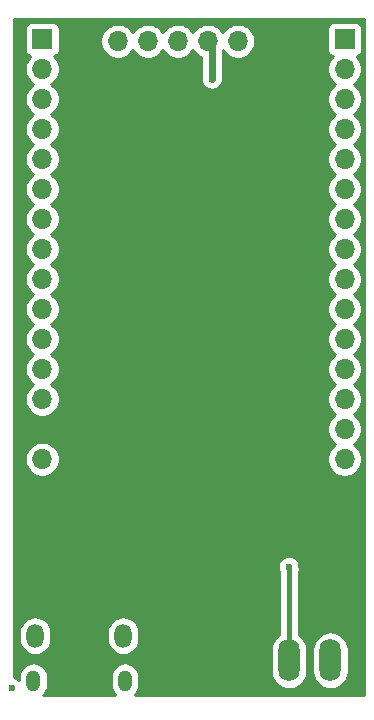
<source format=gbr>
%TF.GenerationSoftware,KiCad,Pcbnew,(5.1.9)-1*%
%TF.CreationDate,2021-02-10T21:10:38+00:00*%
%TF.ProjectId,SD_FSEQ,53445f46-5345-4512-9e6b-696361645f70,rev?*%
%TF.SameCoordinates,Original*%
%TF.FileFunction,Copper,L2,Bot*%
%TF.FilePolarity,Positive*%
%FSLAX46Y46*%
G04 Gerber Fmt 4.6, Leading zero omitted, Abs format (unit mm)*
G04 Created by KiCad (PCBNEW (5.1.9)-1) date 2021-02-10 21:10:38*
%MOMM*%
%LPD*%
G01*
G04 APERTURE LIST*
%TA.AperFunction,ComponentPad*%
%ADD10O,1.150000X1.800000*%
%TD*%
%TA.AperFunction,ComponentPad*%
%ADD11O,1.450000X2.000000*%
%TD*%
%TA.AperFunction,ComponentPad*%
%ADD12O,1.800000X3.600000*%
%TD*%
%TA.AperFunction,ComponentPad*%
%ADD13O,1.700000X1.700000*%
%TD*%
%TA.AperFunction,ComponentPad*%
%ADD14R,1.700000X1.700000*%
%TD*%
%TA.AperFunction,ViaPad*%
%ADD15C,0.600000*%
%TD*%
%TA.AperFunction,Conductor*%
%ADD16C,0.400000*%
%TD*%
%TA.AperFunction,Conductor*%
%ADD17C,0.600000*%
%TD*%
%TA.AperFunction,Conductor*%
%ADD18C,0.254000*%
%TD*%
%TA.AperFunction,Conductor*%
%ADD19C,0.100000*%
%TD*%
G04 APERTURE END LIST*
D10*
%TO.P,J3,6*%
%TO.N,N/C*%
X123255000Y-105310000D03*
X115505000Y-105310000D03*
D11*
X123105000Y-101510000D03*
X115655000Y-101510000D03*
%TD*%
D12*
%TO.P,J5,3*%
%TO.N,+5V*%
X140650000Y-103590000D03*
%TO.P,J5,2*%
%TO.N,LED_Data*%
X137150000Y-103590000D03*
%TO.P,J5,1*%
%TO.N,GND*%
%TA.AperFunction,ComponentPad*%
G36*
G01*
X132750000Y-105140000D02*
X132750000Y-102040000D01*
G75*
G02*
X133000000Y-101790000I250000J0D01*
G01*
X134300000Y-101790000D01*
G75*
G02*
X134550000Y-102040000I0J-250000D01*
G01*
X134550000Y-105140000D01*
G75*
G02*
X134300000Y-105390000I-250000J0D01*
G01*
X133000000Y-105390000D01*
G75*
G02*
X132750000Y-105140000I0J250000D01*
G01*
G37*
%TD.AperFunction*%
%TD*%
D13*
%TO.P,J4,15*%
%TO.N,Net-(J4-Pad15)*%
X141850000Y-86560000D03*
%TO.P,J4,14*%
%TO.N,Net-(J4-Pad14)*%
X141850000Y-84020000D03*
%TO.P,J4,13*%
%TO.N,Net-(J4-Pad13)*%
X141850000Y-81480000D03*
%TO.P,J4,12*%
%TO.N,Net-(J4-Pad12)*%
X141850000Y-78940000D03*
%TO.P,J4,11*%
%TO.N,Net-(J4-Pad11)*%
X141850000Y-76400000D03*
%TO.P,J4,10*%
%TO.N,Net-(J4-Pad10)*%
X141850000Y-73860000D03*
%TO.P,J4,9*%
%TO.N,Net-(J4-Pad9)*%
X141850000Y-71320000D03*
%TO.P,J4,8*%
%TO.N,CS*%
X141850000Y-68780000D03*
%TO.P,J4,7*%
%TO.N,SCK*%
X141850000Y-66240000D03*
%TO.P,J4,6*%
%TO.N,MISO*%
X141850000Y-63700000D03*
%TO.P,J4,5*%
%TO.N,Net-(J4-Pad5)*%
X141850000Y-61160000D03*
%TO.P,J4,4*%
%TO.N,Net-(J4-Pad4)*%
X141850000Y-58620000D03*
%TO.P,J4,3*%
%TO.N,Net-(J4-Pad3)*%
X141850000Y-56080000D03*
%TO.P,J4,2*%
%TO.N,Net-(J4-Pad2)*%
X141850000Y-53540000D03*
D14*
%TO.P,J4,1*%
%TO.N,MOSI*%
X141850000Y-51000000D03*
%TD*%
D13*
%TO.P,J2,6*%
%TO.N,CS*%
X122650000Y-51160000D03*
%TO.P,J2,5*%
%TO.N,SCK*%
X125190000Y-51160000D03*
%TO.P,J2,4*%
%TO.N,MOSI*%
X127730000Y-51160000D03*
%TO.P,J2,3*%
%TO.N,MISO*%
X130270000Y-51160000D03*
%TO.P,J2,2*%
%TO.N,+5V*%
X132810000Y-51160000D03*
D14*
%TO.P,J2,1*%
%TO.N,GND*%
X135350000Y-51160000D03*
%TD*%
D13*
%TO.P,J1,15*%
%TO.N,+5V*%
X116250000Y-86560000D03*
%TO.P,J1,14*%
%TO.N,GND*%
X116250000Y-84020000D03*
%TO.P,J1,13*%
%TO.N,LED_Data*%
X116250000Y-81480000D03*
%TO.P,J1,12*%
%TO.N,Net-(J1-Pad12)*%
X116250000Y-78940000D03*
%TO.P,J1,11*%
%TO.N,Net-(J1-Pad11)*%
X116250000Y-76400000D03*
%TO.P,J1,10*%
%TO.N,Net-(J1-Pad10)*%
X116250000Y-73860000D03*
%TO.P,J1,9*%
%TO.N,Net-(J1-Pad9)*%
X116250000Y-71320000D03*
%TO.P,J1,8*%
%TO.N,Net-(J1-Pad8)*%
X116250000Y-68780000D03*
%TO.P,J1,7*%
%TO.N,Net-(J1-Pad7)*%
X116250000Y-66240000D03*
%TO.P,J1,6*%
%TO.N,Net-(J1-Pad6)*%
X116250000Y-63700000D03*
%TO.P,J1,5*%
%TO.N,Net-(J1-Pad5)*%
X116250000Y-61160000D03*
%TO.P,J1,4*%
%TO.N,Net-(J1-Pad4)*%
X116250000Y-58620000D03*
%TO.P,J1,3*%
%TO.N,Net-(J1-Pad3)*%
X116250000Y-56080000D03*
%TO.P,J1,2*%
%TO.N,Net-(J1-Pad2)*%
X116250000Y-53540000D03*
D14*
%TO.P,J1,1*%
%TO.N,Net-(J1-Pad1)*%
X116250000Y-51000000D03*
%TD*%
D15*
%TO.N,*%
X113730000Y-105960000D03*
%TO.N,GND*%
X125790000Y-101640000D03*
X129490000Y-101580000D03*
X125890000Y-105750000D03*
X129800000Y-105690000D03*
X114830000Y-97530000D03*
X114120000Y-90660000D03*
X117110000Y-105090000D03*
X119930000Y-103810000D03*
X121710000Y-105530000D03*
X143110000Y-97340000D03*
X143110000Y-95100000D03*
X143070000Y-92680000D03*
X142940000Y-90230000D03*
X140390000Y-90310000D03*
X140390000Y-92770000D03*
X140480000Y-95410000D03*
X140430000Y-97510000D03*
X138190000Y-95540000D03*
X138330000Y-92950000D03*
X138190000Y-90140000D03*
X136130000Y-90140000D03*
X136130000Y-92770000D03*
X133980000Y-92820000D03*
X134020000Y-90090000D03*
X131700000Y-90010000D03*
X129280000Y-89960000D03*
X135080000Y-85880000D03*
X132350000Y-86010000D03*
X127830000Y-85830000D03*
X123090000Y-85970000D03*
X121250000Y-82720000D03*
X123620000Y-82800000D03*
X127790000Y-83020000D03*
X131340000Y-83290000D03*
X135560000Y-83020000D03*
X137010000Y-80570000D03*
X134810000Y-80350000D03*
X132710000Y-80570000D03*
X129540000Y-80570000D03*
X126870000Y-80300000D03*
X123570000Y-80300000D03*
X121380000Y-80260000D03*
X120670000Y-78460000D03*
X122830000Y-78280000D03*
X126730000Y-78460000D03*
X130950000Y-78330000D03*
X135210000Y-78110000D03*
X137230000Y-78190000D03*
X137010000Y-75600000D03*
X134770000Y-75600000D03*
X130860000Y-75870000D03*
X127170000Y-75910000D03*
X123570000Y-75690000D03*
X120760000Y-75740000D03*
X128750000Y-73940000D03*
X125110000Y-74020000D03*
X132270000Y-74110000D03*
X119230000Y-71300000D03*
X122040000Y-71340000D03*
X125110000Y-71390000D03*
X128970000Y-71260000D03*
X132660000Y-70990000D03*
X135870000Y-70990000D03*
X139160000Y-70950000D03*
X132790000Y-68180000D03*
X129100000Y-68320000D03*
X125150000Y-68400000D03*
X122390000Y-68320000D03*
X119090000Y-68140000D03*
X119050000Y-65460000D03*
X122300000Y-65500000D03*
X125420000Y-65500000D03*
X129320000Y-65640000D03*
X125500000Y-62080000D03*
X122780000Y-62170000D03*
X119090000Y-62300000D03*
X119010000Y-59400000D03*
X119180000Y-56590000D03*
X119270000Y-53120000D03*
X119310000Y-50710000D03*
X122780000Y-59530000D03*
X139470000Y-50030000D03*
X137380000Y-51180000D03*
%TO.N,LED_Data*%
X137150000Y-95660000D03*
%TO.N,MISO*%
X130610000Y-54340000D03*
%TD*%
D16*
%TO.N,LED_Data*%
X137150000Y-95660000D02*
X137150000Y-103590000D01*
D17*
%TO.N,MISO*%
X130610000Y-51180000D02*
X130630000Y-51160000D01*
X130610000Y-54340000D02*
X130610000Y-51180000D01*
%TD*%
D18*
%TO.N,GND*%
X143485001Y-106515000D02*
X124090051Y-106515000D01*
X124114739Y-106494739D01*
X124265946Y-106310492D01*
X124378303Y-106100287D01*
X124447492Y-105872200D01*
X124465000Y-105694436D01*
X124465000Y-104925563D01*
X124447492Y-104747799D01*
X124378303Y-104519713D01*
X124265946Y-104309508D01*
X124114739Y-104125261D01*
X123930491Y-103974054D01*
X123720286Y-103861697D01*
X123492200Y-103792508D01*
X123255000Y-103769146D01*
X123017799Y-103792508D01*
X122789713Y-103861697D01*
X122579508Y-103974054D01*
X122395261Y-104125261D01*
X122244054Y-104309509D01*
X122131697Y-104519714D01*
X122062508Y-104747800D01*
X122045000Y-104925564D01*
X122045000Y-105694437D01*
X122062508Y-105872201D01*
X122131697Y-106100287D01*
X122244055Y-106310492D01*
X122395262Y-106494739D01*
X122419950Y-106515000D01*
X116340051Y-106515000D01*
X116364739Y-106494739D01*
X116515946Y-106310492D01*
X116628303Y-106100287D01*
X116697492Y-105872200D01*
X116715000Y-105694436D01*
X116715000Y-104925563D01*
X116697492Y-104747799D01*
X116628303Y-104519713D01*
X116515946Y-104309508D01*
X116364739Y-104125261D01*
X116180491Y-103974054D01*
X115970286Y-103861697D01*
X115742200Y-103792508D01*
X115505000Y-103769146D01*
X115267799Y-103792508D01*
X115039713Y-103861697D01*
X114829508Y-103974054D01*
X114645261Y-104125261D01*
X114494054Y-104309509D01*
X114381697Y-104519714D01*
X114312508Y-104747800D01*
X114295000Y-104925564D01*
X114295000Y-105213006D01*
X114172889Y-105131414D01*
X114002729Y-105060932D01*
X113865000Y-105033536D01*
X113865000Y-101168192D01*
X114295000Y-101168192D01*
X114295000Y-101851809D01*
X114314678Y-102051607D01*
X114392445Y-102307968D01*
X114518730Y-102544231D01*
X114688683Y-102751318D01*
X114895770Y-102921270D01*
X115132033Y-103047555D01*
X115388394Y-103125322D01*
X115655000Y-103151580D01*
X115921607Y-103125322D01*
X116177968Y-103047555D01*
X116414231Y-102921270D01*
X116621318Y-102751318D01*
X116791270Y-102544231D01*
X116917555Y-102307968D01*
X116995322Y-102051606D01*
X117015000Y-101851808D01*
X117015000Y-101168192D01*
X121745000Y-101168192D01*
X121745000Y-101851809D01*
X121764678Y-102051607D01*
X121842445Y-102307968D01*
X121968730Y-102544231D01*
X122138683Y-102751318D01*
X122345770Y-102921270D01*
X122582033Y-103047555D01*
X122838394Y-103125322D01*
X123105000Y-103151580D01*
X123371607Y-103125322D01*
X123627968Y-103047555D01*
X123864231Y-102921270D01*
X124071318Y-102751318D01*
X124183525Y-102614593D01*
X135615000Y-102614593D01*
X135615000Y-104565408D01*
X135637211Y-104790913D01*
X135724984Y-105080261D01*
X135867520Y-105346927D01*
X136059340Y-105580661D01*
X136293074Y-105772481D01*
X136559740Y-105915017D01*
X136849088Y-106002790D01*
X137150000Y-106032427D01*
X137450913Y-106002790D01*
X137740261Y-105915017D01*
X138006927Y-105772481D01*
X138240661Y-105580661D01*
X138432481Y-105346927D01*
X138575017Y-105080261D01*
X138662790Y-104790913D01*
X138685000Y-104565408D01*
X138685000Y-102614593D01*
X139115000Y-102614593D01*
X139115000Y-104565408D01*
X139137211Y-104790913D01*
X139224984Y-105080261D01*
X139367520Y-105346927D01*
X139559340Y-105580661D01*
X139793074Y-105772481D01*
X140059740Y-105915017D01*
X140349088Y-106002790D01*
X140650000Y-106032427D01*
X140950913Y-106002790D01*
X141240261Y-105915017D01*
X141506927Y-105772481D01*
X141740661Y-105580661D01*
X141932481Y-105346927D01*
X142075017Y-105080261D01*
X142162790Y-104790913D01*
X142185000Y-104565408D01*
X142185000Y-102614592D01*
X142162790Y-102389087D01*
X142075017Y-102099739D01*
X141932481Y-101833073D01*
X141740661Y-101599339D01*
X141506926Y-101407519D01*
X141240260Y-101264983D01*
X140950912Y-101177210D01*
X140650000Y-101147573D01*
X140349087Y-101177210D01*
X140059739Y-101264983D01*
X139793073Y-101407519D01*
X139559339Y-101599339D01*
X139367519Y-101833074D01*
X139224983Y-102099740D01*
X139137210Y-102389088D01*
X139115000Y-102614593D01*
X138685000Y-102614593D01*
X138685000Y-102614592D01*
X138662790Y-102389087D01*
X138575017Y-102099739D01*
X138432481Y-101833073D01*
X138240661Y-101599339D01*
X138006926Y-101407519D01*
X137985000Y-101395799D01*
X137985000Y-96087404D01*
X138049068Y-95932729D01*
X138085000Y-95752089D01*
X138085000Y-95567911D01*
X138049068Y-95387271D01*
X137978586Y-95217111D01*
X137876262Y-95063972D01*
X137746028Y-94933738D01*
X137592889Y-94831414D01*
X137422729Y-94760932D01*
X137242089Y-94725000D01*
X137057911Y-94725000D01*
X136877271Y-94760932D01*
X136707111Y-94831414D01*
X136553972Y-94933738D01*
X136423738Y-95063972D01*
X136321414Y-95217111D01*
X136250932Y-95387271D01*
X136215000Y-95567911D01*
X136215000Y-95752089D01*
X136250932Y-95932729D01*
X136315000Y-96087404D01*
X136315001Y-101395798D01*
X136293073Y-101407519D01*
X136059339Y-101599339D01*
X135867519Y-101833074D01*
X135724983Y-102099740D01*
X135637210Y-102389088D01*
X135615000Y-102614593D01*
X124183525Y-102614593D01*
X124241270Y-102544231D01*
X124367555Y-102307968D01*
X124445322Y-102051606D01*
X124465000Y-101851808D01*
X124465000Y-101168191D01*
X124445322Y-100968393D01*
X124367555Y-100712032D01*
X124241270Y-100475769D01*
X124071317Y-100268682D01*
X123864230Y-100098730D01*
X123627967Y-99972445D01*
X123371606Y-99894678D01*
X123105000Y-99868420D01*
X122838393Y-99894678D01*
X122582032Y-99972445D01*
X122345769Y-100098730D01*
X122138682Y-100268683D01*
X121968730Y-100475770D01*
X121842445Y-100712033D01*
X121764678Y-100968394D01*
X121745000Y-101168192D01*
X117015000Y-101168192D01*
X117015000Y-101168191D01*
X116995322Y-100968393D01*
X116917555Y-100712032D01*
X116791270Y-100475769D01*
X116621317Y-100268682D01*
X116414230Y-100098730D01*
X116177967Y-99972445D01*
X115921606Y-99894678D01*
X115655000Y-99868420D01*
X115388393Y-99894678D01*
X115132032Y-99972445D01*
X114895769Y-100098730D01*
X114688682Y-100268683D01*
X114518730Y-100475770D01*
X114392445Y-100712033D01*
X114314678Y-100968394D01*
X114295000Y-101168192D01*
X113865000Y-101168192D01*
X113865000Y-86413740D01*
X114765000Y-86413740D01*
X114765000Y-86706260D01*
X114822068Y-86993158D01*
X114934010Y-87263411D01*
X115096525Y-87506632D01*
X115303368Y-87713475D01*
X115546589Y-87875990D01*
X115816842Y-87987932D01*
X116103740Y-88045000D01*
X116396260Y-88045000D01*
X116683158Y-87987932D01*
X116953411Y-87875990D01*
X117196632Y-87713475D01*
X117403475Y-87506632D01*
X117565990Y-87263411D01*
X117677932Y-86993158D01*
X117735000Y-86706260D01*
X117735000Y-86413740D01*
X117677932Y-86126842D01*
X117565990Y-85856589D01*
X117403475Y-85613368D01*
X117196632Y-85406525D01*
X116953411Y-85244010D01*
X116683158Y-85132068D01*
X116396260Y-85075000D01*
X116103740Y-85075000D01*
X115816842Y-85132068D01*
X115546589Y-85244010D01*
X115303368Y-85406525D01*
X115096525Y-85613368D01*
X114934010Y-85856589D01*
X114822068Y-86126842D01*
X114765000Y-86413740D01*
X113865000Y-86413740D01*
X113865000Y-50150000D01*
X114761928Y-50150000D01*
X114761928Y-51850000D01*
X114774188Y-51974482D01*
X114810498Y-52094180D01*
X114869463Y-52204494D01*
X114948815Y-52301185D01*
X115045506Y-52380537D01*
X115155820Y-52439502D01*
X115228380Y-52461513D01*
X115096525Y-52593368D01*
X114934010Y-52836589D01*
X114822068Y-53106842D01*
X114765000Y-53393740D01*
X114765000Y-53686260D01*
X114822068Y-53973158D01*
X114934010Y-54243411D01*
X115096525Y-54486632D01*
X115303368Y-54693475D01*
X115477760Y-54810000D01*
X115303368Y-54926525D01*
X115096525Y-55133368D01*
X114934010Y-55376589D01*
X114822068Y-55646842D01*
X114765000Y-55933740D01*
X114765000Y-56226260D01*
X114822068Y-56513158D01*
X114934010Y-56783411D01*
X115096525Y-57026632D01*
X115303368Y-57233475D01*
X115477760Y-57350000D01*
X115303368Y-57466525D01*
X115096525Y-57673368D01*
X114934010Y-57916589D01*
X114822068Y-58186842D01*
X114765000Y-58473740D01*
X114765000Y-58766260D01*
X114822068Y-59053158D01*
X114934010Y-59323411D01*
X115096525Y-59566632D01*
X115303368Y-59773475D01*
X115477760Y-59890000D01*
X115303368Y-60006525D01*
X115096525Y-60213368D01*
X114934010Y-60456589D01*
X114822068Y-60726842D01*
X114765000Y-61013740D01*
X114765000Y-61306260D01*
X114822068Y-61593158D01*
X114934010Y-61863411D01*
X115096525Y-62106632D01*
X115303368Y-62313475D01*
X115477760Y-62430000D01*
X115303368Y-62546525D01*
X115096525Y-62753368D01*
X114934010Y-62996589D01*
X114822068Y-63266842D01*
X114765000Y-63553740D01*
X114765000Y-63846260D01*
X114822068Y-64133158D01*
X114934010Y-64403411D01*
X115096525Y-64646632D01*
X115303368Y-64853475D01*
X115477760Y-64970000D01*
X115303368Y-65086525D01*
X115096525Y-65293368D01*
X114934010Y-65536589D01*
X114822068Y-65806842D01*
X114765000Y-66093740D01*
X114765000Y-66386260D01*
X114822068Y-66673158D01*
X114934010Y-66943411D01*
X115096525Y-67186632D01*
X115303368Y-67393475D01*
X115477760Y-67510000D01*
X115303368Y-67626525D01*
X115096525Y-67833368D01*
X114934010Y-68076589D01*
X114822068Y-68346842D01*
X114765000Y-68633740D01*
X114765000Y-68926260D01*
X114822068Y-69213158D01*
X114934010Y-69483411D01*
X115096525Y-69726632D01*
X115303368Y-69933475D01*
X115477760Y-70050000D01*
X115303368Y-70166525D01*
X115096525Y-70373368D01*
X114934010Y-70616589D01*
X114822068Y-70886842D01*
X114765000Y-71173740D01*
X114765000Y-71466260D01*
X114822068Y-71753158D01*
X114934010Y-72023411D01*
X115096525Y-72266632D01*
X115303368Y-72473475D01*
X115477760Y-72590000D01*
X115303368Y-72706525D01*
X115096525Y-72913368D01*
X114934010Y-73156589D01*
X114822068Y-73426842D01*
X114765000Y-73713740D01*
X114765000Y-74006260D01*
X114822068Y-74293158D01*
X114934010Y-74563411D01*
X115096525Y-74806632D01*
X115303368Y-75013475D01*
X115477760Y-75130000D01*
X115303368Y-75246525D01*
X115096525Y-75453368D01*
X114934010Y-75696589D01*
X114822068Y-75966842D01*
X114765000Y-76253740D01*
X114765000Y-76546260D01*
X114822068Y-76833158D01*
X114934010Y-77103411D01*
X115096525Y-77346632D01*
X115303368Y-77553475D01*
X115477760Y-77670000D01*
X115303368Y-77786525D01*
X115096525Y-77993368D01*
X114934010Y-78236589D01*
X114822068Y-78506842D01*
X114765000Y-78793740D01*
X114765000Y-79086260D01*
X114822068Y-79373158D01*
X114934010Y-79643411D01*
X115096525Y-79886632D01*
X115303368Y-80093475D01*
X115477760Y-80210000D01*
X115303368Y-80326525D01*
X115096525Y-80533368D01*
X114934010Y-80776589D01*
X114822068Y-81046842D01*
X114765000Y-81333740D01*
X114765000Y-81626260D01*
X114822068Y-81913158D01*
X114934010Y-82183411D01*
X115096525Y-82426632D01*
X115303368Y-82633475D01*
X115546589Y-82795990D01*
X115816842Y-82907932D01*
X116103740Y-82965000D01*
X116396260Y-82965000D01*
X116683158Y-82907932D01*
X116953411Y-82795990D01*
X117196632Y-82633475D01*
X117403475Y-82426632D01*
X117565990Y-82183411D01*
X117677932Y-81913158D01*
X117735000Y-81626260D01*
X117735000Y-81333740D01*
X117677932Y-81046842D01*
X117565990Y-80776589D01*
X117403475Y-80533368D01*
X117196632Y-80326525D01*
X117022240Y-80210000D01*
X117196632Y-80093475D01*
X117403475Y-79886632D01*
X117565990Y-79643411D01*
X117677932Y-79373158D01*
X117735000Y-79086260D01*
X117735000Y-78793740D01*
X117677932Y-78506842D01*
X117565990Y-78236589D01*
X117403475Y-77993368D01*
X117196632Y-77786525D01*
X117022240Y-77670000D01*
X117196632Y-77553475D01*
X117403475Y-77346632D01*
X117565990Y-77103411D01*
X117677932Y-76833158D01*
X117735000Y-76546260D01*
X117735000Y-76253740D01*
X117677932Y-75966842D01*
X117565990Y-75696589D01*
X117403475Y-75453368D01*
X117196632Y-75246525D01*
X117022240Y-75130000D01*
X117196632Y-75013475D01*
X117403475Y-74806632D01*
X117565990Y-74563411D01*
X117677932Y-74293158D01*
X117735000Y-74006260D01*
X117735000Y-73713740D01*
X117677932Y-73426842D01*
X117565990Y-73156589D01*
X117403475Y-72913368D01*
X117196632Y-72706525D01*
X117022240Y-72590000D01*
X117196632Y-72473475D01*
X117403475Y-72266632D01*
X117565990Y-72023411D01*
X117677932Y-71753158D01*
X117735000Y-71466260D01*
X117735000Y-71173740D01*
X117677932Y-70886842D01*
X117565990Y-70616589D01*
X117403475Y-70373368D01*
X117196632Y-70166525D01*
X117022240Y-70050000D01*
X117196632Y-69933475D01*
X117403475Y-69726632D01*
X117565990Y-69483411D01*
X117677932Y-69213158D01*
X117735000Y-68926260D01*
X117735000Y-68633740D01*
X117677932Y-68346842D01*
X117565990Y-68076589D01*
X117403475Y-67833368D01*
X117196632Y-67626525D01*
X117022240Y-67510000D01*
X117196632Y-67393475D01*
X117403475Y-67186632D01*
X117565990Y-66943411D01*
X117677932Y-66673158D01*
X117735000Y-66386260D01*
X117735000Y-66093740D01*
X117677932Y-65806842D01*
X117565990Y-65536589D01*
X117403475Y-65293368D01*
X117196632Y-65086525D01*
X117022240Y-64970000D01*
X117196632Y-64853475D01*
X117403475Y-64646632D01*
X117565990Y-64403411D01*
X117677932Y-64133158D01*
X117735000Y-63846260D01*
X117735000Y-63553740D01*
X117677932Y-63266842D01*
X117565990Y-62996589D01*
X117403475Y-62753368D01*
X117196632Y-62546525D01*
X117022240Y-62430000D01*
X117196632Y-62313475D01*
X117403475Y-62106632D01*
X117565990Y-61863411D01*
X117677932Y-61593158D01*
X117735000Y-61306260D01*
X117735000Y-61013740D01*
X117677932Y-60726842D01*
X117565990Y-60456589D01*
X117403475Y-60213368D01*
X117196632Y-60006525D01*
X117022240Y-59890000D01*
X117196632Y-59773475D01*
X117403475Y-59566632D01*
X117565990Y-59323411D01*
X117677932Y-59053158D01*
X117735000Y-58766260D01*
X117735000Y-58473740D01*
X117677932Y-58186842D01*
X117565990Y-57916589D01*
X117403475Y-57673368D01*
X117196632Y-57466525D01*
X117022240Y-57350000D01*
X117196632Y-57233475D01*
X117403475Y-57026632D01*
X117565990Y-56783411D01*
X117677932Y-56513158D01*
X117735000Y-56226260D01*
X117735000Y-55933740D01*
X117677932Y-55646842D01*
X117565990Y-55376589D01*
X117403475Y-55133368D01*
X117196632Y-54926525D01*
X117022240Y-54810000D01*
X117196632Y-54693475D01*
X117403475Y-54486632D01*
X117565990Y-54243411D01*
X117677932Y-53973158D01*
X117735000Y-53686260D01*
X117735000Y-53393740D01*
X117677932Y-53106842D01*
X117565990Y-52836589D01*
X117403475Y-52593368D01*
X117271620Y-52461513D01*
X117344180Y-52439502D01*
X117454494Y-52380537D01*
X117551185Y-52301185D01*
X117630537Y-52204494D01*
X117689502Y-52094180D01*
X117725812Y-51974482D01*
X117738072Y-51850000D01*
X117738072Y-51013740D01*
X121165000Y-51013740D01*
X121165000Y-51306260D01*
X121222068Y-51593158D01*
X121334010Y-51863411D01*
X121496525Y-52106632D01*
X121703368Y-52313475D01*
X121946589Y-52475990D01*
X122216842Y-52587932D01*
X122503740Y-52645000D01*
X122796260Y-52645000D01*
X123083158Y-52587932D01*
X123353411Y-52475990D01*
X123596632Y-52313475D01*
X123803475Y-52106632D01*
X123920000Y-51932240D01*
X124036525Y-52106632D01*
X124243368Y-52313475D01*
X124486589Y-52475990D01*
X124756842Y-52587932D01*
X125043740Y-52645000D01*
X125336260Y-52645000D01*
X125623158Y-52587932D01*
X125893411Y-52475990D01*
X126136632Y-52313475D01*
X126343475Y-52106632D01*
X126460000Y-51932240D01*
X126576525Y-52106632D01*
X126783368Y-52313475D01*
X127026589Y-52475990D01*
X127296842Y-52587932D01*
X127583740Y-52645000D01*
X127876260Y-52645000D01*
X128163158Y-52587932D01*
X128433411Y-52475990D01*
X128676632Y-52313475D01*
X128883475Y-52106632D01*
X129000000Y-51932240D01*
X129116525Y-52106632D01*
X129323368Y-52313475D01*
X129566589Y-52475990D01*
X129675001Y-52520895D01*
X129675000Y-54247911D01*
X129675000Y-54432089D01*
X129684005Y-54477360D01*
X129688529Y-54523291D01*
X129701927Y-54567459D01*
X129710932Y-54612729D01*
X129728595Y-54655372D01*
X129741993Y-54699539D01*
X129763750Y-54740243D01*
X129781414Y-54782889D01*
X129807058Y-54821268D01*
X129828814Y-54861971D01*
X129858094Y-54897649D01*
X129883738Y-54936028D01*
X129916376Y-54968666D01*
X129945656Y-55004344D01*
X129981335Y-55033625D01*
X130013972Y-55066262D01*
X130052347Y-55091903D01*
X130088028Y-55121186D01*
X130128736Y-55142945D01*
X130167111Y-55168586D01*
X130209752Y-55186248D01*
X130250460Y-55208007D01*
X130294631Y-55221406D01*
X130337271Y-55239068D01*
X130382538Y-55248072D01*
X130426708Y-55261471D01*
X130472641Y-55265995D01*
X130517911Y-55275000D01*
X130564068Y-55275000D01*
X130610000Y-55279524D01*
X130655932Y-55275000D01*
X130702089Y-55275000D01*
X130747360Y-55265995D01*
X130793291Y-55261471D01*
X130837459Y-55248073D01*
X130882729Y-55239068D01*
X130925372Y-55221405D01*
X130969539Y-55208007D01*
X131010243Y-55186250D01*
X131052889Y-55168586D01*
X131091268Y-55142942D01*
X131131971Y-55121186D01*
X131167649Y-55091906D01*
X131206028Y-55066262D01*
X131238666Y-55033624D01*
X131274344Y-55004344D01*
X131303625Y-54968665D01*
X131336262Y-54936028D01*
X131361903Y-54897653D01*
X131391186Y-54861972D01*
X131412945Y-54821264D01*
X131438586Y-54782889D01*
X131456248Y-54740248D01*
X131478007Y-54699540D01*
X131491406Y-54655369D01*
X131509068Y-54612729D01*
X131518072Y-54567462D01*
X131531471Y-54523292D01*
X131535995Y-54477359D01*
X131545000Y-54432089D01*
X131545000Y-51939723D01*
X131656525Y-52106632D01*
X131863368Y-52313475D01*
X132106589Y-52475990D01*
X132376842Y-52587932D01*
X132663740Y-52645000D01*
X132956260Y-52645000D01*
X133243158Y-52587932D01*
X133513411Y-52475990D01*
X133756632Y-52313475D01*
X133963475Y-52106632D01*
X134125990Y-51863411D01*
X134237932Y-51593158D01*
X134295000Y-51306260D01*
X134295000Y-51013740D01*
X134237932Y-50726842D01*
X134125990Y-50456589D01*
X133963475Y-50213368D01*
X133900107Y-50150000D01*
X140361928Y-50150000D01*
X140361928Y-51850000D01*
X140374188Y-51974482D01*
X140410498Y-52094180D01*
X140469463Y-52204494D01*
X140548815Y-52301185D01*
X140645506Y-52380537D01*
X140755820Y-52439502D01*
X140828380Y-52461513D01*
X140696525Y-52593368D01*
X140534010Y-52836589D01*
X140422068Y-53106842D01*
X140365000Y-53393740D01*
X140365000Y-53686260D01*
X140422068Y-53973158D01*
X140534010Y-54243411D01*
X140696525Y-54486632D01*
X140903368Y-54693475D01*
X141077760Y-54810000D01*
X140903368Y-54926525D01*
X140696525Y-55133368D01*
X140534010Y-55376589D01*
X140422068Y-55646842D01*
X140365000Y-55933740D01*
X140365000Y-56226260D01*
X140422068Y-56513158D01*
X140534010Y-56783411D01*
X140696525Y-57026632D01*
X140903368Y-57233475D01*
X141077760Y-57350000D01*
X140903368Y-57466525D01*
X140696525Y-57673368D01*
X140534010Y-57916589D01*
X140422068Y-58186842D01*
X140365000Y-58473740D01*
X140365000Y-58766260D01*
X140422068Y-59053158D01*
X140534010Y-59323411D01*
X140696525Y-59566632D01*
X140903368Y-59773475D01*
X141077760Y-59890000D01*
X140903368Y-60006525D01*
X140696525Y-60213368D01*
X140534010Y-60456589D01*
X140422068Y-60726842D01*
X140365000Y-61013740D01*
X140365000Y-61306260D01*
X140422068Y-61593158D01*
X140534010Y-61863411D01*
X140696525Y-62106632D01*
X140903368Y-62313475D01*
X141077760Y-62430000D01*
X140903368Y-62546525D01*
X140696525Y-62753368D01*
X140534010Y-62996589D01*
X140422068Y-63266842D01*
X140365000Y-63553740D01*
X140365000Y-63846260D01*
X140422068Y-64133158D01*
X140534010Y-64403411D01*
X140696525Y-64646632D01*
X140903368Y-64853475D01*
X141077760Y-64970000D01*
X140903368Y-65086525D01*
X140696525Y-65293368D01*
X140534010Y-65536589D01*
X140422068Y-65806842D01*
X140365000Y-66093740D01*
X140365000Y-66386260D01*
X140422068Y-66673158D01*
X140534010Y-66943411D01*
X140696525Y-67186632D01*
X140903368Y-67393475D01*
X141077760Y-67510000D01*
X140903368Y-67626525D01*
X140696525Y-67833368D01*
X140534010Y-68076589D01*
X140422068Y-68346842D01*
X140365000Y-68633740D01*
X140365000Y-68926260D01*
X140422068Y-69213158D01*
X140534010Y-69483411D01*
X140696525Y-69726632D01*
X140903368Y-69933475D01*
X141077760Y-70050000D01*
X140903368Y-70166525D01*
X140696525Y-70373368D01*
X140534010Y-70616589D01*
X140422068Y-70886842D01*
X140365000Y-71173740D01*
X140365000Y-71466260D01*
X140422068Y-71753158D01*
X140534010Y-72023411D01*
X140696525Y-72266632D01*
X140903368Y-72473475D01*
X141077760Y-72590000D01*
X140903368Y-72706525D01*
X140696525Y-72913368D01*
X140534010Y-73156589D01*
X140422068Y-73426842D01*
X140365000Y-73713740D01*
X140365000Y-74006260D01*
X140422068Y-74293158D01*
X140534010Y-74563411D01*
X140696525Y-74806632D01*
X140903368Y-75013475D01*
X141077760Y-75130000D01*
X140903368Y-75246525D01*
X140696525Y-75453368D01*
X140534010Y-75696589D01*
X140422068Y-75966842D01*
X140365000Y-76253740D01*
X140365000Y-76546260D01*
X140422068Y-76833158D01*
X140534010Y-77103411D01*
X140696525Y-77346632D01*
X140903368Y-77553475D01*
X141077760Y-77670000D01*
X140903368Y-77786525D01*
X140696525Y-77993368D01*
X140534010Y-78236589D01*
X140422068Y-78506842D01*
X140365000Y-78793740D01*
X140365000Y-79086260D01*
X140422068Y-79373158D01*
X140534010Y-79643411D01*
X140696525Y-79886632D01*
X140903368Y-80093475D01*
X141077760Y-80210000D01*
X140903368Y-80326525D01*
X140696525Y-80533368D01*
X140534010Y-80776589D01*
X140422068Y-81046842D01*
X140365000Y-81333740D01*
X140365000Y-81626260D01*
X140422068Y-81913158D01*
X140534010Y-82183411D01*
X140696525Y-82426632D01*
X140903368Y-82633475D01*
X141077760Y-82750000D01*
X140903368Y-82866525D01*
X140696525Y-83073368D01*
X140534010Y-83316589D01*
X140422068Y-83586842D01*
X140365000Y-83873740D01*
X140365000Y-84166260D01*
X140422068Y-84453158D01*
X140534010Y-84723411D01*
X140696525Y-84966632D01*
X140903368Y-85173475D01*
X141077760Y-85290000D01*
X140903368Y-85406525D01*
X140696525Y-85613368D01*
X140534010Y-85856589D01*
X140422068Y-86126842D01*
X140365000Y-86413740D01*
X140365000Y-86706260D01*
X140422068Y-86993158D01*
X140534010Y-87263411D01*
X140696525Y-87506632D01*
X140903368Y-87713475D01*
X141146589Y-87875990D01*
X141416842Y-87987932D01*
X141703740Y-88045000D01*
X141996260Y-88045000D01*
X142283158Y-87987932D01*
X142553411Y-87875990D01*
X142796632Y-87713475D01*
X143003475Y-87506632D01*
X143165990Y-87263411D01*
X143277932Y-86993158D01*
X143335000Y-86706260D01*
X143335000Y-86413740D01*
X143277932Y-86126842D01*
X143165990Y-85856589D01*
X143003475Y-85613368D01*
X142796632Y-85406525D01*
X142622240Y-85290000D01*
X142796632Y-85173475D01*
X143003475Y-84966632D01*
X143165990Y-84723411D01*
X143277932Y-84453158D01*
X143335000Y-84166260D01*
X143335000Y-83873740D01*
X143277932Y-83586842D01*
X143165990Y-83316589D01*
X143003475Y-83073368D01*
X142796632Y-82866525D01*
X142622240Y-82750000D01*
X142796632Y-82633475D01*
X143003475Y-82426632D01*
X143165990Y-82183411D01*
X143277932Y-81913158D01*
X143335000Y-81626260D01*
X143335000Y-81333740D01*
X143277932Y-81046842D01*
X143165990Y-80776589D01*
X143003475Y-80533368D01*
X142796632Y-80326525D01*
X142622240Y-80210000D01*
X142796632Y-80093475D01*
X143003475Y-79886632D01*
X143165990Y-79643411D01*
X143277932Y-79373158D01*
X143335000Y-79086260D01*
X143335000Y-78793740D01*
X143277932Y-78506842D01*
X143165990Y-78236589D01*
X143003475Y-77993368D01*
X142796632Y-77786525D01*
X142622240Y-77670000D01*
X142796632Y-77553475D01*
X143003475Y-77346632D01*
X143165990Y-77103411D01*
X143277932Y-76833158D01*
X143335000Y-76546260D01*
X143335000Y-76253740D01*
X143277932Y-75966842D01*
X143165990Y-75696589D01*
X143003475Y-75453368D01*
X142796632Y-75246525D01*
X142622240Y-75130000D01*
X142796632Y-75013475D01*
X143003475Y-74806632D01*
X143165990Y-74563411D01*
X143277932Y-74293158D01*
X143335000Y-74006260D01*
X143335000Y-73713740D01*
X143277932Y-73426842D01*
X143165990Y-73156589D01*
X143003475Y-72913368D01*
X142796632Y-72706525D01*
X142622240Y-72590000D01*
X142796632Y-72473475D01*
X143003475Y-72266632D01*
X143165990Y-72023411D01*
X143277932Y-71753158D01*
X143335000Y-71466260D01*
X143335000Y-71173740D01*
X143277932Y-70886842D01*
X143165990Y-70616589D01*
X143003475Y-70373368D01*
X142796632Y-70166525D01*
X142622240Y-70050000D01*
X142796632Y-69933475D01*
X143003475Y-69726632D01*
X143165990Y-69483411D01*
X143277932Y-69213158D01*
X143335000Y-68926260D01*
X143335000Y-68633740D01*
X143277932Y-68346842D01*
X143165990Y-68076589D01*
X143003475Y-67833368D01*
X142796632Y-67626525D01*
X142622240Y-67510000D01*
X142796632Y-67393475D01*
X143003475Y-67186632D01*
X143165990Y-66943411D01*
X143277932Y-66673158D01*
X143335000Y-66386260D01*
X143335000Y-66093740D01*
X143277932Y-65806842D01*
X143165990Y-65536589D01*
X143003475Y-65293368D01*
X142796632Y-65086525D01*
X142622240Y-64970000D01*
X142796632Y-64853475D01*
X143003475Y-64646632D01*
X143165990Y-64403411D01*
X143277932Y-64133158D01*
X143335000Y-63846260D01*
X143335000Y-63553740D01*
X143277932Y-63266842D01*
X143165990Y-62996589D01*
X143003475Y-62753368D01*
X142796632Y-62546525D01*
X142622240Y-62430000D01*
X142796632Y-62313475D01*
X143003475Y-62106632D01*
X143165990Y-61863411D01*
X143277932Y-61593158D01*
X143335000Y-61306260D01*
X143335000Y-61013740D01*
X143277932Y-60726842D01*
X143165990Y-60456589D01*
X143003475Y-60213368D01*
X142796632Y-60006525D01*
X142622240Y-59890000D01*
X142796632Y-59773475D01*
X143003475Y-59566632D01*
X143165990Y-59323411D01*
X143277932Y-59053158D01*
X143335000Y-58766260D01*
X143335000Y-58473740D01*
X143277932Y-58186842D01*
X143165990Y-57916589D01*
X143003475Y-57673368D01*
X142796632Y-57466525D01*
X142622240Y-57350000D01*
X142796632Y-57233475D01*
X143003475Y-57026632D01*
X143165990Y-56783411D01*
X143277932Y-56513158D01*
X143335000Y-56226260D01*
X143335000Y-55933740D01*
X143277932Y-55646842D01*
X143165990Y-55376589D01*
X143003475Y-55133368D01*
X142796632Y-54926525D01*
X142622240Y-54810000D01*
X142796632Y-54693475D01*
X143003475Y-54486632D01*
X143165990Y-54243411D01*
X143277932Y-53973158D01*
X143335000Y-53686260D01*
X143335000Y-53393740D01*
X143277932Y-53106842D01*
X143165990Y-52836589D01*
X143003475Y-52593368D01*
X142871620Y-52461513D01*
X142944180Y-52439502D01*
X143054494Y-52380537D01*
X143151185Y-52301185D01*
X143230537Y-52204494D01*
X143289502Y-52094180D01*
X143325812Y-51974482D01*
X143338072Y-51850000D01*
X143338072Y-50150000D01*
X143325812Y-50025518D01*
X143289502Y-49905820D01*
X143230537Y-49795506D01*
X143151185Y-49698815D01*
X143054494Y-49619463D01*
X142944180Y-49560498D01*
X142824482Y-49524188D01*
X142700000Y-49511928D01*
X141000000Y-49511928D01*
X140875518Y-49524188D01*
X140755820Y-49560498D01*
X140645506Y-49619463D01*
X140548815Y-49698815D01*
X140469463Y-49795506D01*
X140410498Y-49905820D01*
X140374188Y-50025518D01*
X140361928Y-50150000D01*
X133900107Y-50150000D01*
X133756632Y-50006525D01*
X133513411Y-49844010D01*
X133243158Y-49732068D01*
X132956260Y-49675000D01*
X132663740Y-49675000D01*
X132376842Y-49732068D01*
X132106589Y-49844010D01*
X131863368Y-50006525D01*
X131656525Y-50213368D01*
X131540000Y-50387760D01*
X131423475Y-50213368D01*
X131216632Y-50006525D01*
X130973411Y-49844010D01*
X130703158Y-49732068D01*
X130416260Y-49675000D01*
X130123740Y-49675000D01*
X129836842Y-49732068D01*
X129566589Y-49844010D01*
X129323368Y-50006525D01*
X129116525Y-50213368D01*
X129000000Y-50387760D01*
X128883475Y-50213368D01*
X128676632Y-50006525D01*
X128433411Y-49844010D01*
X128163158Y-49732068D01*
X127876260Y-49675000D01*
X127583740Y-49675000D01*
X127296842Y-49732068D01*
X127026589Y-49844010D01*
X126783368Y-50006525D01*
X126576525Y-50213368D01*
X126460000Y-50387760D01*
X126343475Y-50213368D01*
X126136632Y-50006525D01*
X125893411Y-49844010D01*
X125623158Y-49732068D01*
X125336260Y-49675000D01*
X125043740Y-49675000D01*
X124756842Y-49732068D01*
X124486589Y-49844010D01*
X124243368Y-50006525D01*
X124036525Y-50213368D01*
X123920000Y-50387760D01*
X123803475Y-50213368D01*
X123596632Y-50006525D01*
X123353411Y-49844010D01*
X123083158Y-49732068D01*
X122796260Y-49675000D01*
X122503740Y-49675000D01*
X122216842Y-49732068D01*
X121946589Y-49844010D01*
X121703368Y-50006525D01*
X121496525Y-50213368D01*
X121334010Y-50456589D01*
X121222068Y-50726842D01*
X121165000Y-51013740D01*
X117738072Y-51013740D01*
X117738072Y-50150000D01*
X117725812Y-50025518D01*
X117689502Y-49905820D01*
X117630537Y-49795506D01*
X117551185Y-49698815D01*
X117454494Y-49619463D01*
X117344180Y-49560498D01*
X117224482Y-49524188D01*
X117100000Y-49511928D01*
X115400000Y-49511928D01*
X115275518Y-49524188D01*
X115155820Y-49560498D01*
X115045506Y-49619463D01*
X114948815Y-49698815D01*
X114869463Y-49795506D01*
X114810498Y-49905820D01*
X114774188Y-50025518D01*
X114761928Y-50150000D01*
X113865000Y-50150000D01*
X113865000Y-49265000D01*
X143485000Y-49265000D01*
X143485001Y-106515000D01*
%TA.AperFunction,Conductor*%
D19*
G36*
X143485001Y-106515000D02*
G01*
X124090051Y-106515000D01*
X124114739Y-106494739D01*
X124265946Y-106310492D01*
X124378303Y-106100287D01*
X124447492Y-105872200D01*
X124465000Y-105694436D01*
X124465000Y-104925563D01*
X124447492Y-104747799D01*
X124378303Y-104519713D01*
X124265946Y-104309508D01*
X124114739Y-104125261D01*
X123930491Y-103974054D01*
X123720286Y-103861697D01*
X123492200Y-103792508D01*
X123255000Y-103769146D01*
X123017799Y-103792508D01*
X122789713Y-103861697D01*
X122579508Y-103974054D01*
X122395261Y-104125261D01*
X122244054Y-104309509D01*
X122131697Y-104519714D01*
X122062508Y-104747800D01*
X122045000Y-104925564D01*
X122045000Y-105694437D01*
X122062508Y-105872201D01*
X122131697Y-106100287D01*
X122244055Y-106310492D01*
X122395262Y-106494739D01*
X122419950Y-106515000D01*
X116340051Y-106515000D01*
X116364739Y-106494739D01*
X116515946Y-106310492D01*
X116628303Y-106100287D01*
X116697492Y-105872200D01*
X116715000Y-105694436D01*
X116715000Y-104925563D01*
X116697492Y-104747799D01*
X116628303Y-104519713D01*
X116515946Y-104309508D01*
X116364739Y-104125261D01*
X116180491Y-103974054D01*
X115970286Y-103861697D01*
X115742200Y-103792508D01*
X115505000Y-103769146D01*
X115267799Y-103792508D01*
X115039713Y-103861697D01*
X114829508Y-103974054D01*
X114645261Y-104125261D01*
X114494054Y-104309509D01*
X114381697Y-104519714D01*
X114312508Y-104747800D01*
X114295000Y-104925564D01*
X114295000Y-105213006D01*
X114172889Y-105131414D01*
X114002729Y-105060932D01*
X113865000Y-105033536D01*
X113865000Y-101168192D01*
X114295000Y-101168192D01*
X114295000Y-101851809D01*
X114314678Y-102051607D01*
X114392445Y-102307968D01*
X114518730Y-102544231D01*
X114688683Y-102751318D01*
X114895770Y-102921270D01*
X115132033Y-103047555D01*
X115388394Y-103125322D01*
X115655000Y-103151580D01*
X115921607Y-103125322D01*
X116177968Y-103047555D01*
X116414231Y-102921270D01*
X116621318Y-102751318D01*
X116791270Y-102544231D01*
X116917555Y-102307968D01*
X116995322Y-102051606D01*
X117015000Y-101851808D01*
X117015000Y-101168192D01*
X121745000Y-101168192D01*
X121745000Y-101851809D01*
X121764678Y-102051607D01*
X121842445Y-102307968D01*
X121968730Y-102544231D01*
X122138683Y-102751318D01*
X122345770Y-102921270D01*
X122582033Y-103047555D01*
X122838394Y-103125322D01*
X123105000Y-103151580D01*
X123371607Y-103125322D01*
X123627968Y-103047555D01*
X123864231Y-102921270D01*
X124071318Y-102751318D01*
X124183525Y-102614593D01*
X135615000Y-102614593D01*
X135615000Y-104565408D01*
X135637211Y-104790913D01*
X135724984Y-105080261D01*
X135867520Y-105346927D01*
X136059340Y-105580661D01*
X136293074Y-105772481D01*
X136559740Y-105915017D01*
X136849088Y-106002790D01*
X137150000Y-106032427D01*
X137450913Y-106002790D01*
X137740261Y-105915017D01*
X138006927Y-105772481D01*
X138240661Y-105580661D01*
X138432481Y-105346927D01*
X138575017Y-105080261D01*
X138662790Y-104790913D01*
X138685000Y-104565408D01*
X138685000Y-102614593D01*
X139115000Y-102614593D01*
X139115000Y-104565408D01*
X139137211Y-104790913D01*
X139224984Y-105080261D01*
X139367520Y-105346927D01*
X139559340Y-105580661D01*
X139793074Y-105772481D01*
X140059740Y-105915017D01*
X140349088Y-106002790D01*
X140650000Y-106032427D01*
X140950913Y-106002790D01*
X141240261Y-105915017D01*
X141506927Y-105772481D01*
X141740661Y-105580661D01*
X141932481Y-105346927D01*
X142075017Y-105080261D01*
X142162790Y-104790913D01*
X142185000Y-104565408D01*
X142185000Y-102614592D01*
X142162790Y-102389087D01*
X142075017Y-102099739D01*
X141932481Y-101833073D01*
X141740661Y-101599339D01*
X141506926Y-101407519D01*
X141240260Y-101264983D01*
X140950912Y-101177210D01*
X140650000Y-101147573D01*
X140349087Y-101177210D01*
X140059739Y-101264983D01*
X139793073Y-101407519D01*
X139559339Y-101599339D01*
X139367519Y-101833074D01*
X139224983Y-102099740D01*
X139137210Y-102389088D01*
X139115000Y-102614593D01*
X138685000Y-102614593D01*
X138685000Y-102614592D01*
X138662790Y-102389087D01*
X138575017Y-102099739D01*
X138432481Y-101833073D01*
X138240661Y-101599339D01*
X138006926Y-101407519D01*
X137985000Y-101395799D01*
X137985000Y-96087404D01*
X138049068Y-95932729D01*
X138085000Y-95752089D01*
X138085000Y-95567911D01*
X138049068Y-95387271D01*
X137978586Y-95217111D01*
X137876262Y-95063972D01*
X137746028Y-94933738D01*
X137592889Y-94831414D01*
X137422729Y-94760932D01*
X137242089Y-94725000D01*
X137057911Y-94725000D01*
X136877271Y-94760932D01*
X136707111Y-94831414D01*
X136553972Y-94933738D01*
X136423738Y-95063972D01*
X136321414Y-95217111D01*
X136250932Y-95387271D01*
X136215000Y-95567911D01*
X136215000Y-95752089D01*
X136250932Y-95932729D01*
X136315000Y-96087404D01*
X136315001Y-101395798D01*
X136293073Y-101407519D01*
X136059339Y-101599339D01*
X135867519Y-101833074D01*
X135724983Y-102099740D01*
X135637210Y-102389088D01*
X135615000Y-102614593D01*
X124183525Y-102614593D01*
X124241270Y-102544231D01*
X124367555Y-102307968D01*
X124445322Y-102051606D01*
X124465000Y-101851808D01*
X124465000Y-101168191D01*
X124445322Y-100968393D01*
X124367555Y-100712032D01*
X124241270Y-100475769D01*
X124071317Y-100268682D01*
X123864230Y-100098730D01*
X123627967Y-99972445D01*
X123371606Y-99894678D01*
X123105000Y-99868420D01*
X122838393Y-99894678D01*
X122582032Y-99972445D01*
X122345769Y-100098730D01*
X122138682Y-100268683D01*
X121968730Y-100475770D01*
X121842445Y-100712033D01*
X121764678Y-100968394D01*
X121745000Y-101168192D01*
X117015000Y-101168192D01*
X117015000Y-101168191D01*
X116995322Y-100968393D01*
X116917555Y-100712032D01*
X116791270Y-100475769D01*
X116621317Y-100268682D01*
X116414230Y-100098730D01*
X116177967Y-99972445D01*
X115921606Y-99894678D01*
X115655000Y-99868420D01*
X115388393Y-99894678D01*
X115132032Y-99972445D01*
X114895769Y-100098730D01*
X114688682Y-100268683D01*
X114518730Y-100475770D01*
X114392445Y-100712033D01*
X114314678Y-100968394D01*
X114295000Y-101168192D01*
X113865000Y-101168192D01*
X113865000Y-86413740D01*
X114765000Y-86413740D01*
X114765000Y-86706260D01*
X114822068Y-86993158D01*
X114934010Y-87263411D01*
X115096525Y-87506632D01*
X115303368Y-87713475D01*
X115546589Y-87875990D01*
X115816842Y-87987932D01*
X116103740Y-88045000D01*
X116396260Y-88045000D01*
X116683158Y-87987932D01*
X116953411Y-87875990D01*
X117196632Y-87713475D01*
X117403475Y-87506632D01*
X117565990Y-87263411D01*
X117677932Y-86993158D01*
X117735000Y-86706260D01*
X117735000Y-86413740D01*
X117677932Y-86126842D01*
X117565990Y-85856589D01*
X117403475Y-85613368D01*
X117196632Y-85406525D01*
X116953411Y-85244010D01*
X116683158Y-85132068D01*
X116396260Y-85075000D01*
X116103740Y-85075000D01*
X115816842Y-85132068D01*
X115546589Y-85244010D01*
X115303368Y-85406525D01*
X115096525Y-85613368D01*
X114934010Y-85856589D01*
X114822068Y-86126842D01*
X114765000Y-86413740D01*
X113865000Y-86413740D01*
X113865000Y-50150000D01*
X114761928Y-50150000D01*
X114761928Y-51850000D01*
X114774188Y-51974482D01*
X114810498Y-52094180D01*
X114869463Y-52204494D01*
X114948815Y-52301185D01*
X115045506Y-52380537D01*
X115155820Y-52439502D01*
X115228380Y-52461513D01*
X115096525Y-52593368D01*
X114934010Y-52836589D01*
X114822068Y-53106842D01*
X114765000Y-53393740D01*
X114765000Y-53686260D01*
X114822068Y-53973158D01*
X114934010Y-54243411D01*
X115096525Y-54486632D01*
X115303368Y-54693475D01*
X115477760Y-54810000D01*
X115303368Y-54926525D01*
X115096525Y-55133368D01*
X114934010Y-55376589D01*
X114822068Y-55646842D01*
X114765000Y-55933740D01*
X114765000Y-56226260D01*
X114822068Y-56513158D01*
X114934010Y-56783411D01*
X115096525Y-57026632D01*
X115303368Y-57233475D01*
X115477760Y-57350000D01*
X115303368Y-57466525D01*
X115096525Y-57673368D01*
X114934010Y-57916589D01*
X114822068Y-58186842D01*
X114765000Y-58473740D01*
X114765000Y-58766260D01*
X114822068Y-59053158D01*
X114934010Y-59323411D01*
X115096525Y-59566632D01*
X115303368Y-59773475D01*
X115477760Y-59890000D01*
X115303368Y-60006525D01*
X115096525Y-60213368D01*
X114934010Y-60456589D01*
X114822068Y-60726842D01*
X114765000Y-61013740D01*
X114765000Y-61306260D01*
X114822068Y-61593158D01*
X114934010Y-61863411D01*
X115096525Y-62106632D01*
X115303368Y-62313475D01*
X115477760Y-62430000D01*
X115303368Y-62546525D01*
X115096525Y-62753368D01*
X114934010Y-62996589D01*
X114822068Y-63266842D01*
X114765000Y-63553740D01*
X114765000Y-63846260D01*
X114822068Y-64133158D01*
X114934010Y-64403411D01*
X115096525Y-64646632D01*
X115303368Y-64853475D01*
X115477760Y-64970000D01*
X115303368Y-65086525D01*
X115096525Y-65293368D01*
X114934010Y-65536589D01*
X114822068Y-65806842D01*
X114765000Y-66093740D01*
X114765000Y-66386260D01*
X114822068Y-66673158D01*
X114934010Y-66943411D01*
X115096525Y-67186632D01*
X115303368Y-67393475D01*
X115477760Y-67510000D01*
X115303368Y-67626525D01*
X115096525Y-67833368D01*
X114934010Y-68076589D01*
X114822068Y-68346842D01*
X114765000Y-68633740D01*
X114765000Y-68926260D01*
X114822068Y-69213158D01*
X114934010Y-69483411D01*
X115096525Y-69726632D01*
X115303368Y-69933475D01*
X115477760Y-70050000D01*
X115303368Y-70166525D01*
X115096525Y-70373368D01*
X114934010Y-70616589D01*
X114822068Y-70886842D01*
X114765000Y-71173740D01*
X114765000Y-71466260D01*
X114822068Y-71753158D01*
X114934010Y-72023411D01*
X115096525Y-72266632D01*
X115303368Y-72473475D01*
X115477760Y-72590000D01*
X115303368Y-72706525D01*
X115096525Y-72913368D01*
X114934010Y-73156589D01*
X114822068Y-73426842D01*
X114765000Y-73713740D01*
X114765000Y-74006260D01*
X114822068Y-74293158D01*
X114934010Y-74563411D01*
X115096525Y-74806632D01*
X115303368Y-75013475D01*
X115477760Y-75130000D01*
X115303368Y-75246525D01*
X115096525Y-75453368D01*
X114934010Y-75696589D01*
X114822068Y-75966842D01*
X114765000Y-76253740D01*
X114765000Y-76546260D01*
X114822068Y-76833158D01*
X114934010Y-77103411D01*
X115096525Y-77346632D01*
X115303368Y-77553475D01*
X115477760Y-77670000D01*
X115303368Y-77786525D01*
X115096525Y-77993368D01*
X114934010Y-78236589D01*
X114822068Y-78506842D01*
X114765000Y-78793740D01*
X114765000Y-79086260D01*
X114822068Y-79373158D01*
X114934010Y-79643411D01*
X115096525Y-79886632D01*
X115303368Y-80093475D01*
X115477760Y-80210000D01*
X115303368Y-80326525D01*
X115096525Y-80533368D01*
X114934010Y-80776589D01*
X114822068Y-81046842D01*
X114765000Y-81333740D01*
X114765000Y-81626260D01*
X114822068Y-81913158D01*
X114934010Y-82183411D01*
X115096525Y-82426632D01*
X115303368Y-82633475D01*
X115546589Y-82795990D01*
X115816842Y-82907932D01*
X116103740Y-82965000D01*
X116396260Y-82965000D01*
X116683158Y-82907932D01*
X116953411Y-82795990D01*
X117196632Y-82633475D01*
X117403475Y-82426632D01*
X117565990Y-82183411D01*
X117677932Y-81913158D01*
X117735000Y-81626260D01*
X117735000Y-81333740D01*
X117677932Y-81046842D01*
X117565990Y-80776589D01*
X117403475Y-80533368D01*
X117196632Y-80326525D01*
X117022240Y-80210000D01*
X117196632Y-80093475D01*
X117403475Y-79886632D01*
X117565990Y-79643411D01*
X117677932Y-79373158D01*
X117735000Y-79086260D01*
X117735000Y-78793740D01*
X117677932Y-78506842D01*
X117565990Y-78236589D01*
X117403475Y-77993368D01*
X117196632Y-77786525D01*
X117022240Y-77670000D01*
X117196632Y-77553475D01*
X117403475Y-77346632D01*
X117565990Y-77103411D01*
X117677932Y-76833158D01*
X117735000Y-76546260D01*
X117735000Y-76253740D01*
X117677932Y-75966842D01*
X117565990Y-75696589D01*
X117403475Y-75453368D01*
X117196632Y-75246525D01*
X117022240Y-75130000D01*
X117196632Y-75013475D01*
X117403475Y-74806632D01*
X117565990Y-74563411D01*
X117677932Y-74293158D01*
X117735000Y-74006260D01*
X117735000Y-73713740D01*
X117677932Y-73426842D01*
X117565990Y-73156589D01*
X117403475Y-72913368D01*
X117196632Y-72706525D01*
X117022240Y-72590000D01*
X117196632Y-72473475D01*
X117403475Y-72266632D01*
X117565990Y-72023411D01*
X117677932Y-71753158D01*
X117735000Y-71466260D01*
X117735000Y-71173740D01*
X117677932Y-70886842D01*
X117565990Y-70616589D01*
X117403475Y-70373368D01*
X117196632Y-70166525D01*
X117022240Y-70050000D01*
X117196632Y-69933475D01*
X117403475Y-69726632D01*
X117565990Y-69483411D01*
X117677932Y-69213158D01*
X117735000Y-68926260D01*
X117735000Y-68633740D01*
X117677932Y-68346842D01*
X117565990Y-68076589D01*
X117403475Y-67833368D01*
X117196632Y-67626525D01*
X117022240Y-67510000D01*
X117196632Y-67393475D01*
X117403475Y-67186632D01*
X117565990Y-66943411D01*
X117677932Y-66673158D01*
X117735000Y-66386260D01*
X117735000Y-66093740D01*
X117677932Y-65806842D01*
X117565990Y-65536589D01*
X117403475Y-65293368D01*
X117196632Y-65086525D01*
X117022240Y-64970000D01*
X117196632Y-64853475D01*
X117403475Y-64646632D01*
X117565990Y-64403411D01*
X117677932Y-64133158D01*
X117735000Y-63846260D01*
X117735000Y-63553740D01*
X117677932Y-63266842D01*
X117565990Y-62996589D01*
X117403475Y-62753368D01*
X117196632Y-62546525D01*
X117022240Y-62430000D01*
X117196632Y-62313475D01*
X117403475Y-62106632D01*
X117565990Y-61863411D01*
X117677932Y-61593158D01*
X117735000Y-61306260D01*
X117735000Y-61013740D01*
X117677932Y-60726842D01*
X117565990Y-60456589D01*
X117403475Y-60213368D01*
X117196632Y-60006525D01*
X117022240Y-59890000D01*
X117196632Y-59773475D01*
X117403475Y-59566632D01*
X117565990Y-59323411D01*
X117677932Y-59053158D01*
X117735000Y-58766260D01*
X117735000Y-58473740D01*
X117677932Y-58186842D01*
X117565990Y-57916589D01*
X117403475Y-57673368D01*
X117196632Y-57466525D01*
X117022240Y-57350000D01*
X117196632Y-57233475D01*
X117403475Y-57026632D01*
X117565990Y-56783411D01*
X117677932Y-56513158D01*
X117735000Y-56226260D01*
X117735000Y-55933740D01*
X117677932Y-55646842D01*
X117565990Y-55376589D01*
X117403475Y-55133368D01*
X117196632Y-54926525D01*
X117022240Y-54810000D01*
X117196632Y-54693475D01*
X117403475Y-54486632D01*
X117565990Y-54243411D01*
X117677932Y-53973158D01*
X117735000Y-53686260D01*
X117735000Y-53393740D01*
X117677932Y-53106842D01*
X117565990Y-52836589D01*
X117403475Y-52593368D01*
X117271620Y-52461513D01*
X117344180Y-52439502D01*
X117454494Y-52380537D01*
X117551185Y-52301185D01*
X117630537Y-52204494D01*
X117689502Y-52094180D01*
X117725812Y-51974482D01*
X117738072Y-51850000D01*
X117738072Y-51013740D01*
X121165000Y-51013740D01*
X121165000Y-51306260D01*
X121222068Y-51593158D01*
X121334010Y-51863411D01*
X121496525Y-52106632D01*
X121703368Y-52313475D01*
X121946589Y-52475990D01*
X122216842Y-52587932D01*
X122503740Y-52645000D01*
X122796260Y-52645000D01*
X123083158Y-52587932D01*
X123353411Y-52475990D01*
X123596632Y-52313475D01*
X123803475Y-52106632D01*
X123920000Y-51932240D01*
X124036525Y-52106632D01*
X124243368Y-52313475D01*
X124486589Y-52475990D01*
X124756842Y-52587932D01*
X125043740Y-52645000D01*
X125336260Y-52645000D01*
X125623158Y-52587932D01*
X125893411Y-52475990D01*
X126136632Y-52313475D01*
X126343475Y-52106632D01*
X126460000Y-51932240D01*
X126576525Y-52106632D01*
X126783368Y-52313475D01*
X127026589Y-52475990D01*
X127296842Y-52587932D01*
X127583740Y-52645000D01*
X127876260Y-52645000D01*
X128163158Y-52587932D01*
X128433411Y-52475990D01*
X128676632Y-52313475D01*
X128883475Y-52106632D01*
X129000000Y-51932240D01*
X129116525Y-52106632D01*
X129323368Y-52313475D01*
X129566589Y-52475990D01*
X129675001Y-52520895D01*
X129675000Y-54247911D01*
X129675000Y-54432089D01*
X129684005Y-54477360D01*
X129688529Y-54523291D01*
X129701927Y-54567459D01*
X129710932Y-54612729D01*
X129728595Y-54655372D01*
X129741993Y-54699539D01*
X129763750Y-54740243D01*
X129781414Y-54782889D01*
X129807058Y-54821268D01*
X129828814Y-54861971D01*
X129858094Y-54897649D01*
X129883738Y-54936028D01*
X129916376Y-54968666D01*
X129945656Y-55004344D01*
X129981335Y-55033625D01*
X130013972Y-55066262D01*
X130052347Y-55091903D01*
X130088028Y-55121186D01*
X130128736Y-55142945D01*
X130167111Y-55168586D01*
X130209752Y-55186248D01*
X130250460Y-55208007D01*
X130294631Y-55221406D01*
X130337271Y-55239068D01*
X130382538Y-55248072D01*
X130426708Y-55261471D01*
X130472641Y-55265995D01*
X130517911Y-55275000D01*
X130564068Y-55275000D01*
X130610000Y-55279524D01*
X130655932Y-55275000D01*
X130702089Y-55275000D01*
X130747360Y-55265995D01*
X130793291Y-55261471D01*
X130837459Y-55248073D01*
X130882729Y-55239068D01*
X130925372Y-55221405D01*
X130969539Y-55208007D01*
X131010243Y-55186250D01*
X131052889Y-55168586D01*
X131091268Y-55142942D01*
X131131971Y-55121186D01*
X131167649Y-55091906D01*
X131206028Y-55066262D01*
X131238666Y-55033624D01*
X131274344Y-55004344D01*
X131303625Y-54968665D01*
X131336262Y-54936028D01*
X131361903Y-54897653D01*
X131391186Y-54861972D01*
X131412945Y-54821264D01*
X131438586Y-54782889D01*
X131456248Y-54740248D01*
X131478007Y-54699540D01*
X131491406Y-54655369D01*
X131509068Y-54612729D01*
X131518072Y-54567462D01*
X131531471Y-54523292D01*
X131535995Y-54477359D01*
X131545000Y-54432089D01*
X131545000Y-51939723D01*
X131656525Y-52106632D01*
X131863368Y-52313475D01*
X132106589Y-52475990D01*
X132376842Y-52587932D01*
X132663740Y-52645000D01*
X132956260Y-52645000D01*
X133243158Y-52587932D01*
X133513411Y-52475990D01*
X133756632Y-52313475D01*
X133963475Y-52106632D01*
X134125990Y-51863411D01*
X134237932Y-51593158D01*
X134295000Y-51306260D01*
X134295000Y-51013740D01*
X134237932Y-50726842D01*
X134125990Y-50456589D01*
X133963475Y-50213368D01*
X133900107Y-50150000D01*
X140361928Y-50150000D01*
X140361928Y-51850000D01*
X140374188Y-51974482D01*
X140410498Y-52094180D01*
X140469463Y-52204494D01*
X140548815Y-52301185D01*
X140645506Y-52380537D01*
X140755820Y-52439502D01*
X140828380Y-52461513D01*
X140696525Y-52593368D01*
X140534010Y-52836589D01*
X140422068Y-53106842D01*
X140365000Y-53393740D01*
X140365000Y-53686260D01*
X140422068Y-53973158D01*
X140534010Y-54243411D01*
X140696525Y-54486632D01*
X140903368Y-54693475D01*
X141077760Y-54810000D01*
X140903368Y-54926525D01*
X140696525Y-55133368D01*
X140534010Y-55376589D01*
X140422068Y-55646842D01*
X140365000Y-55933740D01*
X140365000Y-56226260D01*
X140422068Y-56513158D01*
X140534010Y-56783411D01*
X140696525Y-57026632D01*
X140903368Y-57233475D01*
X141077760Y-57350000D01*
X140903368Y-57466525D01*
X140696525Y-57673368D01*
X140534010Y-57916589D01*
X140422068Y-58186842D01*
X140365000Y-58473740D01*
X140365000Y-58766260D01*
X140422068Y-59053158D01*
X140534010Y-59323411D01*
X140696525Y-59566632D01*
X140903368Y-59773475D01*
X141077760Y-59890000D01*
X140903368Y-60006525D01*
X140696525Y-60213368D01*
X140534010Y-60456589D01*
X140422068Y-60726842D01*
X140365000Y-61013740D01*
X140365000Y-61306260D01*
X140422068Y-61593158D01*
X140534010Y-61863411D01*
X140696525Y-62106632D01*
X140903368Y-62313475D01*
X141077760Y-62430000D01*
X140903368Y-62546525D01*
X140696525Y-62753368D01*
X140534010Y-62996589D01*
X140422068Y-63266842D01*
X140365000Y-63553740D01*
X140365000Y-63846260D01*
X140422068Y-64133158D01*
X140534010Y-64403411D01*
X140696525Y-64646632D01*
X140903368Y-64853475D01*
X141077760Y-64970000D01*
X140903368Y-65086525D01*
X140696525Y-65293368D01*
X140534010Y-65536589D01*
X140422068Y-65806842D01*
X140365000Y-66093740D01*
X140365000Y-66386260D01*
X140422068Y-66673158D01*
X140534010Y-66943411D01*
X140696525Y-67186632D01*
X140903368Y-67393475D01*
X141077760Y-67510000D01*
X140903368Y-67626525D01*
X140696525Y-67833368D01*
X140534010Y-68076589D01*
X140422068Y-68346842D01*
X140365000Y-68633740D01*
X140365000Y-68926260D01*
X140422068Y-69213158D01*
X140534010Y-69483411D01*
X140696525Y-69726632D01*
X140903368Y-69933475D01*
X141077760Y-70050000D01*
X140903368Y-70166525D01*
X140696525Y-70373368D01*
X140534010Y-70616589D01*
X140422068Y-70886842D01*
X140365000Y-71173740D01*
X140365000Y-71466260D01*
X140422068Y-71753158D01*
X140534010Y-72023411D01*
X140696525Y-72266632D01*
X140903368Y-72473475D01*
X141077760Y-72590000D01*
X140903368Y-72706525D01*
X140696525Y-72913368D01*
X140534010Y-73156589D01*
X140422068Y-73426842D01*
X140365000Y-73713740D01*
X140365000Y-74006260D01*
X140422068Y-74293158D01*
X140534010Y-74563411D01*
X140696525Y-74806632D01*
X140903368Y-75013475D01*
X141077760Y-75130000D01*
X140903368Y-75246525D01*
X140696525Y-75453368D01*
X140534010Y-75696589D01*
X140422068Y-75966842D01*
X140365000Y-76253740D01*
X140365000Y-76546260D01*
X140422068Y-76833158D01*
X140534010Y-77103411D01*
X140696525Y-77346632D01*
X140903368Y-77553475D01*
X141077760Y-77670000D01*
X140903368Y-77786525D01*
X140696525Y-77993368D01*
X140534010Y-78236589D01*
X140422068Y-78506842D01*
X140365000Y-78793740D01*
X140365000Y-79086260D01*
X140422068Y-79373158D01*
X140534010Y-79643411D01*
X140696525Y-79886632D01*
X140903368Y-80093475D01*
X141077760Y-80210000D01*
X140903368Y-80326525D01*
X140696525Y-80533368D01*
X140534010Y-80776589D01*
X140422068Y-81046842D01*
X140365000Y-81333740D01*
X140365000Y-81626260D01*
X140422068Y-81913158D01*
X140534010Y-82183411D01*
X140696525Y-82426632D01*
X140903368Y-82633475D01*
X141077760Y-82750000D01*
X140903368Y-82866525D01*
X140696525Y-83073368D01*
X140534010Y-83316589D01*
X140422068Y-83586842D01*
X140365000Y-83873740D01*
X140365000Y-84166260D01*
X140422068Y-84453158D01*
X140534010Y-84723411D01*
X140696525Y-84966632D01*
X140903368Y-85173475D01*
X141077760Y-85290000D01*
X140903368Y-85406525D01*
X140696525Y-85613368D01*
X140534010Y-85856589D01*
X140422068Y-86126842D01*
X140365000Y-86413740D01*
X140365000Y-86706260D01*
X140422068Y-86993158D01*
X140534010Y-87263411D01*
X140696525Y-87506632D01*
X140903368Y-87713475D01*
X141146589Y-87875990D01*
X141416842Y-87987932D01*
X141703740Y-88045000D01*
X141996260Y-88045000D01*
X142283158Y-87987932D01*
X142553411Y-87875990D01*
X142796632Y-87713475D01*
X143003475Y-87506632D01*
X143165990Y-87263411D01*
X143277932Y-86993158D01*
X143335000Y-86706260D01*
X143335000Y-86413740D01*
X143277932Y-86126842D01*
X143165990Y-85856589D01*
X143003475Y-85613368D01*
X142796632Y-85406525D01*
X142622240Y-85290000D01*
X142796632Y-85173475D01*
X143003475Y-84966632D01*
X143165990Y-84723411D01*
X143277932Y-84453158D01*
X143335000Y-84166260D01*
X143335000Y-83873740D01*
X143277932Y-83586842D01*
X143165990Y-83316589D01*
X143003475Y-83073368D01*
X142796632Y-82866525D01*
X142622240Y-82750000D01*
X142796632Y-82633475D01*
X143003475Y-82426632D01*
X143165990Y-82183411D01*
X143277932Y-81913158D01*
X143335000Y-81626260D01*
X143335000Y-81333740D01*
X143277932Y-81046842D01*
X143165990Y-80776589D01*
X143003475Y-80533368D01*
X142796632Y-80326525D01*
X142622240Y-80210000D01*
X142796632Y-80093475D01*
X143003475Y-79886632D01*
X143165990Y-79643411D01*
X143277932Y-79373158D01*
X143335000Y-79086260D01*
X143335000Y-78793740D01*
X143277932Y-78506842D01*
X143165990Y-78236589D01*
X143003475Y-77993368D01*
X142796632Y-77786525D01*
X142622240Y-77670000D01*
X142796632Y-77553475D01*
X143003475Y-77346632D01*
X143165990Y-77103411D01*
X143277932Y-76833158D01*
X143335000Y-76546260D01*
X143335000Y-76253740D01*
X143277932Y-75966842D01*
X143165990Y-75696589D01*
X143003475Y-75453368D01*
X142796632Y-75246525D01*
X142622240Y-75130000D01*
X142796632Y-75013475D01*
X143003475Y-74806632D01*
X143165990Y-74563411D01*
X143277932Y-74293158D01*
X143335000Y-74006260D01*
X143335000Y-73713740D01*
X143277932Y-73426842D01*
X143165990Y-73156589D01*
X143003475Y-72913368D01*
X142796632Y-72706525D01*
X142622240Y-72590000D01*
X142796632Y-72473475D01*
X143003475Y-72266632D01*
X143165990Y-72023411D01*
X143277932Y-71753158D01*
X143335000Y-71466260D01*
X143335000Y-71173740D01*
X143277932Y-70886842D01*
X143165990Y-70616589D01*
X143003475Y-70373368D01*
X142796632Y-70166525D01*
X142622240Y-70050000D01*
X142796632Y-69933475D01*
X143003475Y-69726632D01*
X143165990Y-69483411D01*
X143277932Y-69213158D01*
X143335000Y-68926260D01*
X143335000Y-68633740D01*
X143277932Y-68346842D01*
X143165990Y-68076589D01*
X143003475Y-67833368D01*
X142796632Y-67626525D01*
X142622240Y-67510000D01*
X142796632Y-67393475D01*
X143003475Y-67186632D01*
X143165990Y-66943411D01*
X143277932Y-66673158D01*
X143335000Y-66386260D01*
X143335000Y-66093740D01*
X143277932Y-65806842D01*
X143165990Y-65536589D01*
X143003475Y-65293368D01*
X142796632Y-65086525D01*
X142622240Y-64970000D01*
X142796632Y-64853475D01*
X143003475Y-64646632D01*
X143165990Y-64403411D01*
X143277932Y-64133158D01*
X143335000Y-63846260D01*
X143335000Y-63553740D01*
X143277932Y-63266842D01*
X143165990Y-62996589D01*
X143003475Y-62753368D01*
X142796632Y-62546525D01*
X142622240Y-62430000D01*
X142796632Y-62313475D01*
X143003475Y-62106632D01*
X143165990Y-61863411D01*
X143277932Y-61593158D01*
X143335000Y-61306260D01*
X143335000Y-61013740D01*
X143277932Y-60726842D01*
X143165990Y-60456589D01*
X143003475Y-60213368D01*
X142796632Y-60006525D01*
X142622240Y-59890000D01*
X142796632Y-59773475D01*
X143003475Y-59566632D01*
X143165990Y-59323411D01*
X143277932Y-59053158D01*
X143335000Y-58766260D01*
X143335000Y-58473740D01*
X143277932Y-58186842D01*
X143165990Y-57916589D01*
X143003475Y-57673368D01*
X142796632Y-57466525D01*
X142622240Y-57350000D01*
X142796632Y-57233475D01*
X143003475Y-57026632D01*
X143165990Y-56783411D01*
X143277932Y-56513158D01*
X143335000Y-56226260D01*
X143335000Y-55933740D01*
X143277932Y-55646842D01*
X143165990Y-55376589D01*
X143003475Y-55133368D01*
X142796632Y-54926525D01*
X142622240Y-54810000D01*
X142796632Y-54693475D01*
X143003475Y-54486632D01*
X143165990Y-54243411D01*
X143277932Y-53973158D01*
X143335000Y-53686260D01*
X143335000Y-53393740D01*
X143277932Y-53106842D01*
X143165990Y-52836589D01*
X143003475Y-52593368D01*
X142871620Y-52461513D01*
X142944180Y-52439502D01*
X143054494Y-52380537D01*
X143151185Y-52301185D01*
X143230537Y-52204494D01*
X143289502Y-52094180D01*
X143325812Y-51974482D01*
X143338072Y-51850000D01*
X143338072Y-50150000D01*
X143325812Y-50025518D01*
X143289502Y-49905820D01*
X143230537Y-49795506D01*
X143151185Y-49698815D01*
X143054494Y-49619463D01*
X142944180Y-49560498D01*
X142824482Y-49524188D01*
X142700000Y-49511928D01*
X141000000Y-49511928D01*
X140875518Y-49524188D01*
X140755820Y-49560498D01*
X140645506Y-49619463D01*
X140548815Y-49698815D01*
X140469463Y-49795506D01*
X140410498Y-49905820D01*
X140374188Y-50025518D01*
X140361928Y-50150000D01*
X133900107Y-50150000D01*
X133756632Y-50006525D01*
X133513411Y-49844010D01*
X133243158Y-49732068D01*
X132956260Y-49675000D01*
X132663740Y-49675000D01*
X132376842Y-49732068D01*
X132106589Y-49844010D01*
X131863368Y-50006525D01*
X131656525Y-50213368D01*
X131540000Y-50387760D01*
X131423475Y-50213368D01*
X131216632Y-50006525D01*
X130973411Y-49844010D01*
X130703158Y-49732068D01*
X130416260Y-49675000D01*
X130123740Y-49675000D01*
X129836842Y-49732068D01*
X129566589Y-49844010D01*
X129323368Y-50006525D01*
X129116525Y-50213368D01*
X129000000Y-50387760D01*
X128883475Y-50213368D01*
X128676632Y-50006525D01*
X128433411Y-49844010D01*
X128163158Y-49732068D01*
X127876260Y-49675000D01*
X127583740Y-49675000D01*
X127296842Y-49732068D01*
X127026589Y-49844010D01*
X126783368Y-50006525D01*
X126576525Y-50213368D01*
X126460000Y-50387760D01*
X126343475Y-50213368D01*
X126136632Y-50006525D01*
X125893411Y-49844010D01*
X125623158Y-49732068D01*
X125336260Y-49675000D01*
X125043740Y-49675000D01*
X124756842Y-49732068D01*
X124486589Y-49844010D01*
X124243368Y-50006525D01*
X124036525Y-50213368D01*
X123920000Y-50387760D01*
X123803475Y-50213368D01*
X123596632Y-50006525D01*
X123353411Y-49844010D01*
X123083158Y-49732068D01*
X122796260Y-49675000D01*
X122503740Y-49675000D01*
X122216842Y-49732068D01*
X121946589Y-49844010D01*
X121703368Y-50006525D01*
X121496525Y-50213368D01*
X121334010Y-50456589D01*
X121222068Y-50726842D01*
X121165000Y-51013740D01*
X117738072Y-51013740D01*
X117738072Y-50150000D01*
X117725812Y-50025518D01*
X117689502Y-49905820D01*
X117630537Y-49795506D01*
X117551185Y-49698815D01*
X117454494Y-49619463D01*
X117344180Y-49560498D01*
X117224482Y-49524188D01*
X117100000Y-49511928D01*
X115400000Y-49511928D01*
X115275518Y-49524188D01*
X115155820Y-49560498D01*
X115045506Y-49619463D01*
X114948815Y-49698815D01*
X114869463Y-49795506D01*
X114810498Y-49905820D01*
X114774188Y-50025518D01*
X114761928Y-50150000D01*
X113865000Y-50150000D01*
X113865000Y-49265000D01*
X143485000Y-49265000D01*
X143485001Y-106515000D01*
G37*
%TD.AperFunction*%
%TD*%
M02*

</source>
